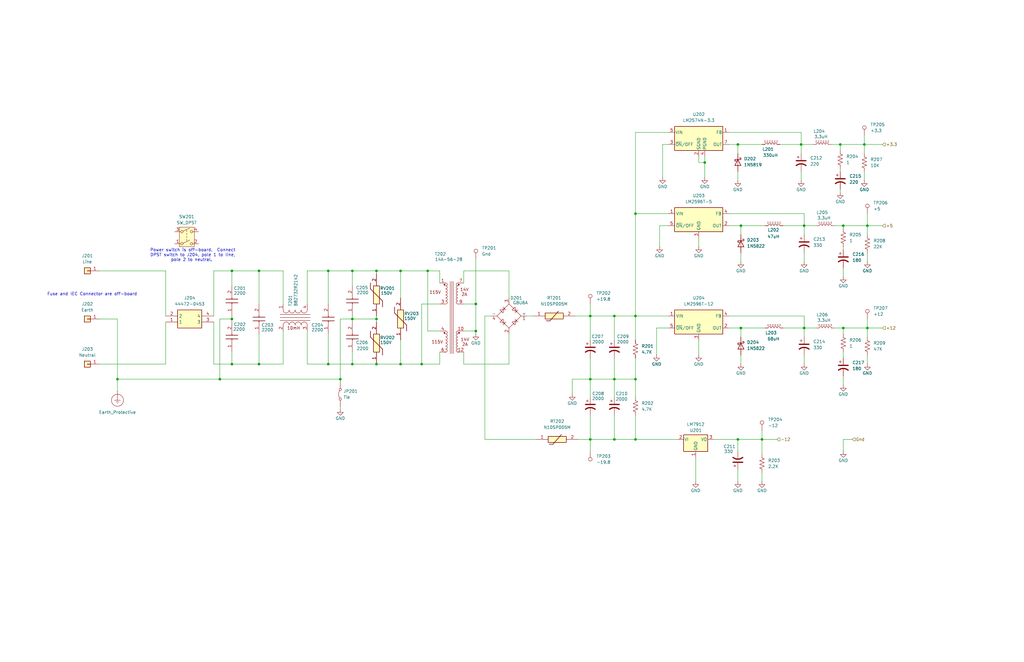
<source format=kicad_sch>
(kicad_sch (version 20250114) (generator "eeschema") (generator_version "9.0")
  (paper "B")
  (title_block (title "GPS Disciplined Oscillator") (date "2025-11-18") (rev "1") (company "Dewayne L. Hafenstein"))
  (text "Power switch is off-board.  Connect\nDPST switch to J204, pole 1 to line,\npole 2 to neutral. " (at 81.28 107.696 0) (effects (font (size 1.27 1.27))))
  (text "Fuse and IEC Connector are off-board" (at 38.862 124.206 0) (effects (font (size 1.27 1.27))))
  (junction (at 365.76 138.43))
  (junction (at 158.75 153.67))
  (junction (at 177.8 153.67))
  (junction (at 148.59 114.3))
  (junction (at 248.92 160.02))
  (junction (at 355.6 138.43))
  (junction (at 267.97 185.42))
  (junction (at 49.53 160.02))
  (junction (at 158.75 114.3))
  (junction (at 355.6 95.25))
  (junction (at 138.43 153.67))
  (junction (at 339.09 95.25))
  (junction (at 312.42 95.25))
  (junction (at 109.22 114.3))
  (junction (at 259.08 185.42))
  (junction (at 248.92 185.42))
  (junction (at 259.08 133.35))
  (junction (at 168.91 153.67))
  (junction (at 148.59 153.67))
  (junction (at 364.49 60.96))
  (junction (at 97.79 114.3))
  (junction (at 92.71 160.02))
  (junction (at 148.59 134.62))
  (junction (at 311.15 185.42))
  (junction (at 311.15 60.96))
  (junction (at 365.76 95.25))
  (junction (at 312.42 138.43))
  (junction (at 321.31 185.42))
  (junction (at 337.82 60.96))
  (junction (at 354.33 60.96))
  (junction (at 180.34 114.3))
  (junction (at 138.43 114.3))
  (junction (at 259.08 160.02))
  (junction (at 248.92 133.35))
  (junction (at 109.22 153.67))
  (junction (at 143.51 160.02))
  (junction (at 339.09 138.43))
  (junction (at 297.18 68.58))
  (junction (at 97.79 153.67))
  (junction (at 267.97 90.17))
  (junction (at 97.79 134.62))
  (junction (at 158.75 134.62))
  (junction (at 168.91 114.3))
  (junction (at 267.97 160.02))
  (junction (at 200.66 139.7))
  (junction (at 267.97 133.35))
  (junction (at 200.66 128.27))
  (wire (pts (xy 185.42 114.3) (xy 185.42 119.38)))
  (wire (pts (xy 41.91 153.67) (xy 69.85 153.67)))
  (wire (pts (xy 355.6 95.25) (xy 365.76 95.25)))
  (wire (pts (xy 339.09 90.17) (xy 339.09 95.25)))
  (wire (pts (xy 297.18 68.58) (xy 297.18 74.93)))
  (wire (pts (xy 267.97 160.02) (xy 267.97 167.64)))
  (wire (pts (xy 364.49 64.77) (xy 364.49 60.96)))
  (wire (pts (xy 248.92 151.13) (xy 248.92 160.02)))
  (wire (pts (xy 259.08 160.02) (xy 267.97 160.02)))
  (wire (pts (xy 354.33 60.96) (xy 364.49 60.96)))
  (wire (pts (xy 158.75 134.62) (xy 158.75 135.89)))
  (wire (pts (xy 365.76 138.43) (xy 372.11 138.43)))
  (wire (pts (xy 180.34 114.3) (xy 180.34 139.7)))
  (wire (pts (xy 90.17 114.3) (xy 90.17 133.35)))
  (wire (pts (xy 259.08 133.35) (xy 267.97 133.35)))
  (wire (pts (xy 365.76 95.25) (xy 372.11 95.25)))
  (wire (pts (xy 267.97 185.42) (xy 259.08 185.42)))
  (wire (pts (xy 207.01 133.35) (xy 204.47 133.35)))
  (wire (pts (xy 148.59 134.62) (xy 148.59 135.89)))
  (wire (pts (xy 297.18 66.04) (xy 297.18 68.58)))
  (wire (pts (xy 143.51 134.62) (xy 143.51 160.02)))
  (wire (pts (xy 148.59 114.3) (xy 158.75 114.3)))
  (wire (pts (xy 259.08 185.42) (xy 248.92 185.42)))
  (wire (pts (xy 248.92 160.02) (xy 248.92 167.64)))
  (wire (pts (xy 267.97 143.51) (xy 267.97 133.35)))
  (wire (pts (xy 248.92 133.35) (xy 259.08 133.35)))
  (wire (pts (xy 259.08 160.02) (xy 259.08 167.64)))
  (wire (pts (xy 158.75 114.3) (xy 168.91 114.3)))
  (wire (pts (xy 294.64 66.04) (xy 294.64 68.58)))
  (wire (pts (xy 355.6 185.42) (xy 359.41 185.42)))
  (wire (pts (xy 168.91 114.3) (xy 168.91 125.73)))
  (wire (pts (xy 148.59 153.67) (xy 158.75 153.67)))
  (wire (pts (xy 365.76 138.43) (xy 355.6 138.43)))
  (wire (pts (xy 248.92 185.42) (xy 243.84 185.42)))
  (wire (pts (xy 311.15 60.96) (xy 311.15 64.77)))
  (wire (pts (xy 177.8 153.67) (xy 185.42 153.67)))
  (wire (pts (xy 90.17 114.3) (xy 97.79 114.3)))
  (wire (pts (xy 97.79 133.35) (xy 97.79 134.62)))
  (wire (pts (xy 267.97 151.13) (xy 267.97 160.02)))
  (wire (pts (xy 354.33 60.96) (xy 350.52 60.96)))
  (wire (pts (xy 129.54 139.7) (xy 129.54 153.67)))
  (wire (pts (xy 276.86 149.86) (xy 276.86 138.43)))
  (wire (pts (xy 97.79 153.67) (xy 109.22 153.67)))
  (wire (pts (xy 214.63 125.73) (xy 214.63 114.3)))
  (wire (pts (xy 355.6 151.13) (xy 355.6 148.59)))
  (wire (pts (xy 294.64 68.58) (xy 297.18 68.58)))
  (wire (pts (xy 168.91 153.67) (xy 177.8 153.67)))
  (wire (pts (xy 158.75 133.35) (xy 158.75 134.62)))
  (wire (pts (xy 92.71 134.62) (xy 97.79 134.62)))
  (wire (pts (xy 200.66 128.27) (xy 195.58 128.27)))
  (wire (pts (xy 168.91 143.51) (xy 168.91 153.67)))
  (wire (pts (xy 321.31 185.42) (xy 311.15 185.42)))
  (wire (pts (xy 222.25 133.35) (xy 224.79 133.35)))
  (wire (pts (xy 311.15 198.12) (xy 311.15 203.2)))
  (wire (pts (xy 109.22 153.67) (xy 119.38 153.67)))
  (wire (pts (xy 300.99 185.42) (xy 311.15 185.42)))
  (wire (pts (xy 312.42 95.25) (xy 312.42 99.06)))
  (wire (pts (xy 90.17 153.67) (xy 97.79 153.67)))
  (wire (pts (xy 97.79 134.62) (xy 97.79 135.89)))
  (wire (pts (xy 41.91 114.3) (xy 69.85 114.3)))
  (wire (pts (xy 214.63 140.97) (xy 214.63 153.67)))
  (wire (pts (xy 69.85 135.89) (xy 69.85 153.67)))
  (wire (pts (xy 339.09 133.35) (xy 339.09 138.43)))
  (wire (pts (xy 355.6 158.75) (xy 355.6 162.56)))
  (wire (pts (xy 168.91 114.3) (xy 180.34 114.3)))
  (wire (pts (xy 248.92 175.26) (xy 248.92 185.42)))
  (wire (pts (xy 339.09 95.25) (xy 330.2 95.25)))
  (wire (pts (xy 109.22 114.3) (xy 119.38 114.3)))
  (wire (pts (xy 337.82 60.96) (xy 342.9 60.96)))
  (wire (pts (xy 109.22 140.97) (xy 109.22 153.67)))
  (wire (pts (xy 365.76 134.62) (xy 365.76 138.43)))
  (wire (pts (xy 337.82 72.39) (xy 337.82 76.2)))
  (wire (pts (xy 143.51 134.62) (xy 148.59 134.62)))
  (wire (pts (xy 97.79 148.59) (xy 97.79 153.67)))
  (wire (pts (xy 365.76 99.06) (xy 365.76 95.25)))
  (wire (pts (xy 129.54 128.27) (xy 129.54 114.3)))
  (wire (pts (xy 185.42 128.27) (xy 177.8 128.27)))
  (wire (pts (xy 248.92 190.5) (xy 248.92 185.42)))
  (wire (pts (xy 195.58 139.7) (xy 200.66 139.7)))
  (wire (pts (xy 195.58 153.67) (xy 195.58 148.59)))
  (wire (pts (xy 148.59 134.62) (xy 158.75 134.62)))
  (wire (pts (xy 267.97 90.17) (xy 267.97 133.35)))
  (wire (pts (xy 281.94 90.17) (xy 267.97 90.17)))
  (wire (pts (xy 337.82 60.96) (xy 328.93 60.96)))
  (wire (pts (xy 355.6 140.97) (xy 355.6 138.43)))
  (wire (pts (xy 226.06 185.42) (xy 204.47 185.42)))
  (wire (pts (xy 97.79 114.3) (xy 109.22 114.3)))
  (wire (pts (xy 337.82 55.88) (xy 337.82 60.96)))
  (wire (pts (xy 279.4 60.96) (xy 281.94 60.96)))
  (wire (pts (xy 312.42 149.86) (xy 312.42 153.67)))
  (wire (pts (xy 259.08 133.35) (xy 259.08 143.51)))
  (wire (pts (xy 307.34 95.25) (xy 312.42 95.25)))
  (wire (pts (xy 143.51 160.02) (xy 143.51 161.29)))
  (wire (pts (xy 248.92 160.02) (xy 259.08 160.02)))
  (wire (pts (xy 339.09 95.25) (xy 344.17 95.25)))
  (wire (pts (xy 307.34 138.43) (xy 312.42 138.43)))
  (wire (pts (xy 278.13 95.25) (xy 281.94 95.25)))
  (wire (pts (xy 143.51 171.45) (xy 143.51 172.72)))
  (wire (pts (xy 293.37 193.04) (xy 293.37 203.2)))
  (wire (pts (xy 311.15 60.96) (xy 321.31 60.96)))
  (wire (pts (xy 138.43 114.3) (xy 148.59 114.3)))
  (wire (pts (xy 200.66 139.7) (xy 200.66 140.97)))
  (wire (pts (xy 307.34 90.17) (xy 339.09 90.17)))
  (wire (pts (xy 69.85 114.3) (xy 69.85 133.35)))
  (wire (pts (xy 365.76 90.17) (xy 365.76 95.25)))
  (wire (pts (xy 355.6 113.03) (xy 355.6 116.84)))
  (wire (pts (xy 267.97 133.35) (xy 281.94 133.35)))
  (wire (pts (xy 241.3 160.02) (xy 248.92 160.02)))
  (wire (pts (xy 109.22 114.3) (xy 109.22 128.27)))
  (wire (pts (xy 279.4 74.93) (xy 279.4 60.96)))
  (wire (pts (xy 185.42 153.67) (xy 185.42 148.59)))
  (wire (pts (xy 195.58 114.3) (xy 195.58 119.38)))
  (wire (pts (xy 241.3 166.37) (xy 241.3 160.02)))
  (wire (pts (xy 138.43 114.3) (xy 138.43 128.27)))
  (wire (pts (xy 49.53 160.02) (xy 92.71 160.02)))
  (wire (pts (xy 307.34 133.35) (xy 339.09 133.35)))
  (wire (pts (xy 138.43 153.67) (xy 148.59 153.67)))
  (wire (pts (xy 307.34 60.96) (xy 311.15 60.96)))
  (wire (pts (xy 354.33 80.01) (xy 354.33 81.28)))
  (wire (pts (xy 177.8 128.27) (xy 177.8 153.67)))
  (wire (pts (xy 158.75 153.67) (xy 168.91 153.67)))
  (wire (pts (xy 339.09 149.86) (xy 339.09 153.67)))
  (wire (pts (xy 355.6 96.52) (xy 355.6 95.25)))
  (wire (pts (xy 129.54 114.3) (xy 138.43 114.3)))
  (wire (pts (xy 355.6 95.25) (xy 351.79 95.25)))
  (wire (pts (xy 294.64 100.33) (xy 294.64 104.14)))
  (wire (pts (xy 339.09 138.43) (xy 344.17 138.43)))
  (wire (pts (xy 312.42 138.43) (xy 312.42 142.24)))
  (wire (pts (xy 339.09 138.43) (xy 330.2 138.43)))
  (wire (pts (xy 355.6 190.5) (xy 355.6 185.42)))
  (wire (pts (xy 339.09 99.06) (xy 339.09 95.25)))
  (wire (pts (xy 204.47 133.35) (xy 204.47 185.42)))
  (wire (pts (xy 90.17 135.89) (xy 90.17 153.67)))
  (wire (pts (xy 339.09 106.68) (xy 339.09 110.49)))
  (wire (pts (xy 119.38 128.27) (xy 119.38 114.3)))
  (wire (pts (xy 138.43 140.97) (xy 138.43 153.67)))
  (wire (pts (xy 311.15 190.5) (xy 311.15 185.42)))
  (wire (pts (xy 365.76 106.68) (xy 365.76 110.49)))
  (wire (pts (xy 259.08 151.13) (xy 259.08 160.02)))
  (wire (pts (xy 185.42 114.3) (xy 180.34 114.3)))
  (wire (pts (xy 214.63 114.3) (xy 195.58 114.3)))
  (wire (pts (xy 354.33 63.5) (xy 354.33 60.96)))
  (wire (pts (xy 321.31 181.61) (xy 321.31 185.42)))
  (wire (pts (xy 242.57 133.35) (xy 248.92 133.35)))
  (wire (pts (xy 92.71 160.02) (xy 143.51 160.02)))
  (wire (pts (xy 200.66 139.7) (xy 200.66 128.27)))
  (wire (pts (xy 267.97 185.42) (xy 285.75 185.42)))
  (wire (pts (xy 214.63 153.67) (xy 195.58 153.67)))
  (wire (pts (xy 278.13 104.14) (xy 278.13 95.25)))
  (wire (pts (xy 158.75 114.3) (xy 158.75 115.57)))
  (wire (pts (xy 267.97 55.88) (xy 267.97 90.17)))
  (wire (pts (xy 337.82 64.77) (xy 337.82 60.96)))
  (wire (pts (xy 259.08 175.26) (xy 259.08 185.42)))
  (wire (pts (xy 311.15 72.39) (xy 311.15 76.2)))
  (wire (pts (xy 148.59 153.67) (xy 148.59 148.59)))
  (wire (pts (xy 312.42 95.25) (xy 322.58 95.25)))
  (wire (pts (xy 355.6 138.43) (xy 351.79 138.43)))
  (wire (pts (xy 148.59 114.3) (xy 148.59 120.65)))
  (wire (pts (xy 129.54 153.67) (xy 138.43 153.67)))
  (wire (pts (xy 321.31 185.42) (xy 321.31 191.77)))
  (wire (pts (xy 248.92 128.27) (xy 248.92 133.35)))
  (wire (pts (xy 49.53 134.62) (xy 49.53 160.02)))
  (wire (pts (xy 248.92 133.35) (xy 248.92 143.51)))
  (wire (pts (xy 365.76 149.86) (xy 365.76 153.67)))
  (wire (pts (xy 294.64 143.51) (xy 294.64 149.86)))
  (wire (pts (xy 185.42 139.7) (xy 180.34 139.7)))
  (wire (pts (xy 364.49 57.15) (xy 364.49 60.96)))
  (wire (pts (xy 354.33 72.39) (xy 354.33 71.12)))
  (wire (pts (xy 267.97 175.26) (xy 267.97 185.42)))
  (wire (pts (xy 364.49 60.96) (xy 372.11 60.96)))
  (wire (pts (xy 276.86 138.43) (xy 281.94 138.43)))
  (wire (pts (xy 312.42 106.68) (xy 312.42 110.49)))
  (wire (pts (xy 312.42 138.43) (xy 322.58 138.43)))
  (wire (pts (xy 355.6 105.41) (xy 355.6 104.14)))
  (wire (pts (xy 119.38 139.7) (xy 119.38 153.67)))
  (wire (pts (xy 339.09 142.24) (xy 339.09 138.43)))
  (wire (pts (xy 49.53 160.02) (xy 49.53 165.1)))
  (wire (pts (xy 97.79 114.3) (xy 97.79 120.65)))
  (wire (pts (xy 281.94 55.88) (xy 267.97 55.88)))
  (wire (pts (xy 321.31 185.42) (xy 327.66 185.42)))
  (wire (pts (xy 321.31 199.39) (xy 321.31 203.2)))
  (wire (pts (xy 148.59 133.35) (xy 148.59 134.62)))
  (wire (pts (xy 307.34 55.88) (xy 337.82 55.88)))
  (wire (pts (xy 365.76 142.24) (xy 365.76 138.43)))
  (wire (pts (xy 41.91 134.62) (xy 49.53 134.62)))
  (wire (pts (xy 92.71 134.62) (xy 92.71 160.02)))
  (wire (pts (xy 364.49 72.39) (xy 364.49 76.2)))
  (wire (pts (xy 200.66 109.22) (xy 200.66 128.27)))
  (hierarchical_label "+3.3" (shape input) (at 372.11 60.96 0))
  (hierarchical_label "+12" (shape input) (at 372.11 138.43 0))
  (hierarchical_label "-12" (shape input) (at 327.66 185.42 0))
  (hierarchical_label "Gnd" (shape input) (at 359.41 185.42 0))
  (hierarchical_label "+5" (shape input) (at 372.11 95.25 0))
  (symbol (lib_id "power:GND") (at 365.76 153.67 0) (unit 1)
    (property "Reference" "#PWR0226" (effects (hide yes)))
    (property "Value" "GND" (at 365.76 157.48 0))
    (property "Description" "Power symbol creates a global label with name \"GND\" , ground" (effects (hide yes)))
  )
  (symbol (lib_id "SamacSys_Parts:C731U222MSVDBAWL35") (at 109.22 140.97 90) (unit 1)
    (property "Reference" "C203" (at 110.236 137.16 90) (effects (justify right)))
    (property "Value" "2200" (at 110.236 139.192 90) (effects (justify right)))
    (property "Footprint" "SamacSys_Parts:C731U222MSVDBAWL35" (effects (hide yes)))
    (property "Datasheet" "https://search.kemet.com/component-documentation/download/datasheet/C731U222MSVDBAWL35.pdf" (effects (hide yes)))
    (property "Description" "Safety Capacitors 440VAC 0.0022uF Y5V 20% LS=10mm" (effects (hide yes)))
    (property "Height" "14" (effects (hide yes)))
    (property "Mouser Part Number" "80-C731U222MSVDBWL35" (effects (hide yes)))
    (property "Mouser Price/Stock" "https://www.mouser.co.uk/ProductDetail/KEMET/C731U222MSVDBAWL35?qs=IPgv5n7u5Qbcfu31hG8%252BLA%3D%3D" (effects (hide yes)))
    (property "Manufacturer_Name" "KEMET" (effects (hide yes)))
    (property "Manufacturer_Part_Number" "C731U222MSVDBAWL35" (effects (hide yes)))
  )
  (symbol (lib_id "Device:L_Ferrite") (at 326.39 95.25 90) (unit 1)
    (property "Reference" "L202" (at 326.136 97.028 90))
    (property "Value" "47uH" (at 326.136 99.822 90))
    (property "Footprint" "DH_Inductors:Bourns PM5022" (effects (hide yes)))
    (property "Description" "Inductor with ferrite core" (effects (hide yes)))
  )
  (symbol (lib_id "Device:C_Polarized_US") (at 339.09 102.87 0) (unit 1)
    (property "Reference" "C213" (at 342.9 100.9649 0) (effects (justify left)))
    (property "Value" "330" (at 342.9 103.5049 0) (effects (justify left)))
    (property "Footprint" "Capacitor_THT:CP_Radial_D10.0mm_P5.00mm" (effects (hide yes)))
    (property "Description" "Polarized capacitor, US symbol" (effects (hide yes)))
  )
  (symbol (lib_id "power:GND") (at 293.37 203.2 0) (unit 1)
    (property "Reference" "#PWR0208" (effects (hide yes)))
    (property "Value" "GND" (at 293.37 207.01 0))
    (property "Description" "Power symbol creates a global label with name \"GND\" , ground" (effects (hide yes)))
  )
  (symbol (lib_id "Regulator_Linear:LM7912_TO220") (at 293.37 185.42 0) (mirror x) (unit 1)
    (property "Reference" "U201" (at 293.37 181.61 0))
    (property "Value" "LM7912" (at 293.37 179.07 0))
    (property "Footprint" "Package_TO_SOT_THT:TO-220-3_Vertical" (effects (hide yes)))
    (property "Datasheet" "hhttps://www.onsemi.com/pub/Collateral/MC7900-D.PDF" (effects (hide yes)))
    (property "Description" "Negative 1A 35V Linear Regulator, Fixed Output 12V, TO-220" (effects (hide yes)))
  )
  (symbol (lib_id "Connector:TestPoint") (at 248.92 128.27 0) (unit 1)
    (property "Reference" "TP202" (at 251.46 123.6979 0) (effects (justify left)))
    (property "Value" "+19.8" (at 251.46 126.2379 0) (effects (justify left)))
    (property "Footprint" "TestPoint:TestPoint_Bridge_Pitch2.54mm_Drill1.0mm" (effects (hide yes)))
    (property "Description" "test point" (effects (hide yes)))
  )
  (symbol (lib_id "Device:R_US") (at 355.6 144.78 0) (unit 1)
    (property "Reference" "R206" (at 358.14 143.5099 0) (effects (justify left)))
    (property "Value" "1" (at 358.14 146.0499 0) (effects (justify left)))
    (property "Footprint" "Resistor_THT:R_Axial_DIN0204_L3.6mm_D1.6mm_P7.62mm_Horizontal" (effects (hide yes)))
    (property "Description" "Resistor, US symbol" (effects (hide yes)))
  )
  (symbol (lib_id "power:GND") (at 355.6 162.56 0) (unit 1)
    (property "Reference" "#PWR0222" (effects (hide yes)))
    (property "Value" "GND" (at 355.6 166.37 0))
    (property "Description" "Power symbol creates a global label with name \"GND\" , ground" (effects (hide yes)))
  )
  (symbol (lib_id "power:GND") (at 311.15 76.2 0) (unit 1)
    (property "Reference" "#PWR0212" (effects (hide yes)))
    (property "Value" "GND" (at 311.15 80.01 0))
    (property "Description" "Power symbol creates a global label with name \"GND\" , ground" (effects (hide yes)))
  )
  (symbol (lib_id "Device:R_US") (at 365.76 146.05 0) (unit 1)
    (property "Reference" "R209" (at 368.3 144.7799 0) (effects (justify left)))
    (property "Value" "47K" (at 368.3 147.3199 0) (effects (justify left)))
    (property "Footprint" "Resistor_THT:R_Axial_DIN0204_L3.6mm_D1.6mm_P7.62mm_Horizontal" (effects (hide yes)))
    (property "Description" "Resistor, US symbol" (effects (hide yes)))
  )
  (symbol (lib_id "Device:L_Ferrite") (at 325.12 60.96 90) (unit 1)
    (property "Reference" "L201" (at 323.85 62.992 90))
    (property "Value" "330uH" (at 324.866 65.532 90))
    (property "Footprint" "DH_Inductors:Bourns PM5022" (effects (hide yes)))
    (property "Datasheet" "https://www.mouser.com/datasheet/3/40/1/pm5022_series.pdf" (effects (hide yes)))
    (property "Description" "Inductor with ferrite core" (effects (hide yes)))
    (property "Manufacturer" "Bourns" (effects (hide yes)))
    (property "Part Number" "PM5022-331K-RC" (effects (hide yes)))
  )
  (symbol (lib_id "Device:C_Polarized_US") (at 248.92 147.32 0) (unit 1)
    (property "Reference" "C207" (at 249.428 141.986 0) (effects (justify left)))
    (property "Value" "2000" (at 249.682 144.272 0) (effects (justify left)))
    (property "Footprint" "Capacitor_THT:CP_Radial_D22.0mm_P10.00mm_SnapIn" (effects (hide yes)))
    (property "Description" "Polarized capacitor, US symbol" (effects (hide yes)))
  )
  (symbol (lib_id "Switch:SW_DPST") (at 78.74 100.33 0) (unit 1)
    (property "Reference" "SW201" (at 78.74 91.44 0))
    (property "Value" "SW_DPST" (at 78.74 93.98 0))
    (property "Description" "Double Pole Single Throw (DPST) Switch" (effects (hide yes)))
  )
  (symbol (lib_id "Connector:TestPoint") (at 200.66 109.22 0) (unit 1)
    (property "Reference" "TP201" (at 203.2 104.6479 0) (effects (justify left)))
    (property "Value" "Gnd" (at 203.2 107.1879 0) (effects (justify left)))
    (property "Footprint" "TestPoint:TestPoint_Bridge_Pitch2.54mm_Drill1.0mm" (effects (hide yes)))
    (property "Description" "test point" (effects (hide yes)))
  )
  (symbol (lib_id "Diode:1N5819") (at 311.15 68.58 270) (unit 1)
    (property "Reference" "D202" (at 313.69 66.9924 90) (effects (justify left)))
    (property "Value" "1N5819" (at 313.69 69.5324 90) (effects (justify left)))
    (property "Footprint" "Diode_THT:D_DO-41_SOD81_P10.16mm_Horizontal" (effects (hide yes)))
    (property "Datasheet" "http://www.vishay.com/docs/88525/1n5817.pdf" (effects (hide yes)))
    (property "Description" "40V 1A Schottky Barrier Rectifier Diode, DO-41" (effects (hide yes)))
  )
  (symbol (lib_id "power:GND") (at 276.86 149.86 0) (unit 1)
    (property "Reference" "#PWR0205" (effects (hide yes)))
    (property "Value" "GND" (at 276.86 153.67 0))
    (property "Description" "Power symbol creates a global label with name \"GND\" , ground" (effects (hide yes)))
  )
  (symbol (lib_id "power:GND") (at 355.6 190.5 0) (unit 1)
    (property "Reference" "#PWR0223" (effects (hide yes)))
    (property "Value" "GND" (at 355.6 194.31 0))
    (property "Description" "Power symbol creates a global label with name \"GND\" , ground" (effects (hide yes)))
  )
  (symbol (lib_id "SamacSys_Parts:N10SP005M") (at 226.06 185.42 0) (unit 1)
    (property "Reference" "RT202" (at 234.95 177.8 0))
    (property "Value" "N10SP005M" (at 234.95 180.34 0))
    (property "Footprint" "SamacSys_Parts:N10SP005M" (effects (hide yes)))
    (property "Datasheet" "https://www.yageo.com/upload/media/product/productsearch/datasheet/cpc/ntc/SP_1.pdf" (effects (hide yes)))
    (property "Description" "NTC Thermistors NTC 10mm 5ohm +/-20% 4A" (effects (hide yes)))
    (property "Height" "18" (effects (hide yes)))
    (property "Mouser Part Number" "603-N10SP005M" (effects (hide yes)))
    (property "Mouser Price/Stock" "https://www.mouser.co.uk/ProductDetail/YAGEO/N10SP005M?qs=DRkmTr78QARsu2IwnsFFfg%3D%3D" (effects (hide yes)))
    (property "Manufacturer_Name" "YAGEO" (effects (hide yes)))
    (property "Manufacturer_Part_Number" "N10SP005M" (effects (hide yes)))
  )
  (symbol (lib_id "Regulator_Switching:LM2596T-12") (at 294.64 135.89 0) (unit 1)
    (property "Reference" "U204" (at 294.64 125.73 0))
    (property "Value" "LM2596T-12" (at 294.64 128.27 0))
    (property "Footprint" "Package_TO_SOT_THT:TO-220-5_P3.4x3.7mm_StaggerOdd_Lead3.8mm_Vertical" (effects (hide yes)))
    (property "Datasheet" "http://www.ti.com/lit/ds/symlink/lm2596.pdf" (effects (hide yes)))
    (property "Description" "12V 3A 150kHz Step-Down Voltage Regulator, TO-220" (effects (hide yes)))
  )
  (symbol (lib_id "SamacSys_Parts:C731U222MSVDBAWL35") (at 97.79 133.35 90) (unit 1)
    (property "Reference" "C201" (at 98.552 121.666 90) (effects (justify right)))
    (property "Value" "2200" (at 98.552 123.698 90) (effects (justify right)))
    (property "Footprint" "SamacSys_Parts:C731U222MSVDBAWL35" (effects (hide yes)))
    (property "Datasheet" "https://search.kemet.com/component-documentation/download/datasheet/C731U222MSVDBAWL35.pdf" (effects (hide yes)))
    (property "Description" "Safety Capacitors 440VAC 0.0022uF Y5V 20% LS=10mm" (effects (hide yes)))
    (property "Height" "14" (effects (hide yes)))
    (property "Mouser Part Number" "80-C731U222MSVDBWL35" (effects (hide yes)))
    (property "Mouser Price/Stock" "https://www.mouser.co.uk/ProductDetail/KEMET/C731U222MSVDBAWL35?qs=IPgv5n7u5Qbcfu31hG8%252BLA%3D%3D" (effects (hide yes)))
    (property "Manufacturer_Name" "KEMET" (effects (hide yes)))
    (property "Manufacturer_Part_Number" "C731U222MSVDBAWL35" (effects (hide yes)))
  )
  (symbol (lib_id "DH_Transformers_Power:14A-56-28") (at 190.5 132.08 0) (unit 1)
    (property "Reference" "T202" (at 185.674 107.188 0))
    (property "Value" "14A-56-28" (at 189.23 109.474 0))
    (property "Footprint" "Transformers_Signal:14A-56" (effects (hide yes)))
  )
  (symbol (lib_id "Regulator_Switching:LM2574N-3.3") (at 294.64 58.42 0) (unit 1)
    (property "Reference" "U202" (at 294.64 48.26 0))
    (property "Value" "LM2574N-3.3" (at 294.64 50.8 0))
    (property "Footprint" "Package_DIP:DIP-8_W7.62mm" (effects (hide yes)))
    (property "Datasheet" "http://www.national.com/ds/LM/LM2574.pdf" (effects (hide yes)))
    (property "Description" "3.3V, 0.5A SIMPLE SWITCHER® Step-Down Voltage Regulator, DIP-8" (effects (hide yes)))
  )
  (symbol (lib_id "power:GND") (at 279.4 74.93 0) (unit 1)
    (property "Reference" "#PWR0207" (effects (hide yes)))
    (property "Value" "GND" (at 279.4 78.74 0))
    (property "Description" "Power symbol creates a global label with name \"GND\" , ground" (effects (hide yes)))
  )
  (symbol (lib_id "SamacSys_Parts:MOV-20D241KKTR") (at 158.75 133.35 90) (unit 1)
    (property "Reference" "RV201" (at 160.274 121.666 90) (effects (justify right)))
    (property "Value" "150V" (at 160.528 123.698 90) (effects (justify right)))
    (property "Footprint" "SamacSys_Parts:MOV20D241KKTR" (effects (hide yes)))
    (property "Datasheet" "https://www.bourns.com/docs/product-datasheets/mov20d.pdf" (effects (hide yes)))
    (property "Description" "20mm Radial Disc MOV - Kinked Leads, T&R" (effects (hide yes)))
    (property "Height" "28" (effects (hide yes)))
    (property "Mouser Part Number" "652-MOV-20D241KKTR" (effects (hide yes)))
    (property "Mouser Price/Stock" "https://www.mouser.com/ProductDetail/Bourns/MOV-20D241KKTR?qs=ST9lo4GX8V1zjVcH%2FsSYdQ%3D%3D" (effects (hide yes)))
    (property "Manufacturer_Name" "Bourns" (effects (hide yes)))
    (property "Manufacturer_Part_Number" "MOV-20D241KKTR" (effects (hide yes)))
  )
  (symbol (lib_id "Connector_Generic:Conn_01x01") (at 36.83 114.3 180) (unit 1)
    (property "Reference" "J201" (at 36.83 107.95 0))
    (property "Value" "Line" (at 36.83 110.49 0))
    (property "Footprint" "DH_Hardware:Amp Faston 250 THT" (effects (hide yes)))
    (property "Description" "Generic connector, single row, 01x01, script generated (kicad-library-utils/schlib/autogen/connector/)" (effects (hide yes)))
  )
  (symbol (lib_id "Device:R_US") (at 355.6 100.33 0) (unit 1)
    (property "Reference" "R205" (at 358.14 99.0599 0) (effects (justify left)))
    (property "Value" "1" (at 358.14 101.5999 0) (effects (justify left)))
    (property "Footprint" "Resistor_THT:R_Axial_DIN0204_L3.6mm_D1.6mm_P7.62mm_Horizontal" (effects (hide yes)))
    (property "Description" "Resistor, US symbol" (effects (hide yes)))
  )
  (symbol (lib_id "power:GND") (at 364.49 76.2 0) (unit 1)
    (property "Reference" "#PWR0224" (effects (hide yes)))
    (property "Value" "GND" (at 364.49 80.01 0))
    (property "Description" "Power symbol creates a global label with name \"GND\" , ground" (effects (hide yes)))
  )
  (symbol (lib_id "power:GND") (at 312.42 110.49 0) (unit 1)
    (property "Reference" "#PWR0214" (effects (hide yes)))
    (property "Value" "GND" (at 312.42 114.3 0))
    (property "Description" "Power symbol creates a global label with name \"GND\" , ground" (effects (hide yes)))
  )
  (symbol (lib_id "SamacSys_Parts:C731U222MSVDBAWL35") (at 148.59 133.35 90) (unit 1)
    (property "Reference" "C205" (at 150.114 121.412 90) (effects (justify right)))
    (property "Value" "2200" (at 150.368 123.444 90) (effects (justify right)))
    (property "Footprint" "SamacSys_Parts:C731U222MSVDBAWL35" (effects (hide yes)))
    (property "Datasheet" "https://search.kemet.com/component-documentation/download/datasheet/C731U222MSVDBAWL35.pdf" (effects (hide yes)))
    (property "Description" "Safety Capacitors 440VAC 0.0022uF Y5V 20% LS=10mm" (effects (hide yes)))
    (property "Height" "14" (effects (hide yes)))
    (property "Mouser Part Number" "80-C731U222MSVDBWL35" (effects (hide yes)))
    (property "Mouser Price/Stock" "https://www.mouser.co.uk/ProductDetail/KEMET/C731U222MSVDBAWL35?qs=IPgv5n7u5Qbcfu31hG8%252BLA%3D%3D" (effects (hide yes)))
    (property "Manufacturer_Name" "KEMET" (effects (hide yes)))
    (property "Manufacturer_Part_Number" "C731U222MSVDBAWL35" (effects (hide yes)))
  )
  (symbol (lib_id "power:GND") (at 339.09 110.49 0) (unit 1)
    (property "Reference" "#PWR0218" (effects (hide yes)))
    (property "Value" "GND" (at 339.09 114.3 0))
    (property "Description" "Power symbol creates a global label with name \"GND\" , ground" (effects (hide yes)))
  )
  (symbol (lib_id "Jumper:Jumper_2_Bridged") (at 143.51 166.37 90) (unit 1)
    (property "Reference" "JP201" (at 144.78 165.0999 90) (effects (justify right)))
    (property "Value" "Tie" (at 144.78 167.6399 90) (effects (justify right)))
    (property "Description" "Jumper, 2-pole, closed/bridged" (effects (hide yes)))
  )
  (symbol (lib_id "SamacSys_Parts:C731U222MSVDBAWL35") (at 138.43 140.97 90) (unit 1)
    (property "Reference" "C204" (at 131.318 137.16 90) (effects (justify right)))
    (property "Value" "2200" (at 131.318 139.192 90) (effects (justify right)))
    (property "Footprint" "SamacSys_Parts:C731U222MSVDBAWL35" (effects (hide yes)))
    (property "Datasheet" "https://search.kemet.com/component-documentation/download/datasheet/C731U222MSVDBAWL35.pdf" (effects (hide yes)))
    (property "Description" "Safety Capacitors 440VAC 0.0022uF Y5V 20% LS=10mm" (effects (hide yes)))
    (property "Height" "14" (effects (hide yes)))
    (property "Mouser Part Number" "80-C731U222MSVDBWL35" (effects (hide yes)))
    (property "Mouser Price/Stock" "https://www.mouser.co.uk/ProductDetail/KEMET/C731U222MSVDBAWL35?qs=IPgv5n7u5Qbcfu31hG8%252BLA%3D%3D" (effects (hide yes)))
    (property "Manufacturer_Name" "KEMET" (effects (hide yes)))
    (property "Manufacturer_Part_Number" "C731U222MSVDBAWL35" (effects (hide yes)))
  )
  (symbol (lib_id "Device:C_Polarized_US") (at 355.6 154.94 0) (unit 1)
    (property "Reference" "C217" (at 359.41 153.0349 0) (effects (justify left)))
    (property "Value" "180" (at 359.41 155.5749 0) (effects (justify left)))
    (property "Footprint" "Capacitor_THT:CP_Radial_D8.0mm_P5.00mm" (effects (hide yes)))
    (property "Description" "Polarized capacitor, US symbol" (effects (hide yes)))
  )
  (symbol (lib_id "power:GND") (at 143.51 172.72 0) (unit 1)
    (property "Reference" "#PWR0202" (effects (hide yes)))
    (property "Value" "GND" (at 143.51 176.53 0))
    (property "Description" "Power symbol creates a global label with name \"GND\" , ground" (effects (hide yes)))
  )
  (symbol (lib_id "Device:L_Ferrite") (at 326.39 138.43 90) (unit 1)
    (property "Reference" "L203" (at 325.12 140.462 90))
    (property "Value" "68uH" (at 326.136 143.002 90))
    (property "Footprint" "DH_Inductors:Bourns PM5022" (effects (hide yes)))
    (property "Description" "Inductor with ferrite core" (effects (hide yes)))
  )
  (symbol (lib_id "Device:L_Ferrite") (at 347.98 138.43 90) (unit 1)
    (property "Reference" "L206" (at 346.71 132.842 90))
    (property "Value" "3.3uH" (at 347.472 135.128 90))
    (property "Footprint" "DH_Inductors:Bourns SDE04030" (effects (hide yes)))
    (property "Description" "Inductor with ferrite core" (effects (hide yes)))
  )
  (symbol (lib_id "SamacSys_Parts:MOV-20D241KKTR") (at 168.91 143.51 90) (unit 1)
    (property "Reference" "RV203" (at 170.434 132.334 90) (effects (justify right)))
    (property "Value" "150V" (at 170.434 134.366 90) (effects (justify right)))
    (property "Footprint" "SamacSys_Parts:MOV20D241KKTR" (effects (hide yes)))
    (property "Datasheet" "https://www.bourns.com/docs/product-datasheets/mov20d.pdf" (effects (hide yes)))
    (property "Description" "20mm Radial Disc MOV - Kinked Leads, T&R" (effects (hide yes)))
    (property "Height" "28" (effects (hide yes)))
    (property "Mouser Part Number" "652-MOV-20D241KKTR" (effects (hide yes)))
    (property "Mouser Price/Stock" "https://www.mouser.com/ProductDetail/Bourns/MOV-20D241KKTR?qs=ST9lo4GX8V1zjVcH%2FsSYdQ%3D%3D" (effects (hide yes)))
    (property "Manufacturer_Name" "Bourns" (effects (hide yes)))
    (property "Manufacturer_Part_Number" "MOV-20D241KKTR" (effects (hide yes)))
  )
  (symbol (lib_id "power:GND") (at 337.82 76.2 0) (unit 1)
    (property "Reference" "#PWR0217" (effects (hide yes)))
    (property "Value" "GND" (at 337.82 80.01 0))
    (property "Description" "Power symbol creates a global label with name \"GND\" , ground" (effects (hide yes)))
  )
  (symbol (lib_id "SamacSys_Parts:MOV-20D241KKTR") (at 158.75 153.67 90) (unit 1)
    (property "Reference" "RV202" (at 160.274 142.494 90) (effects (justify right)))
    (property "Value" "150V" (at 160.274 144.526 90) (effects (justify right)))
    (property "Footprint" "SamacSys_Parts:MOV20D241KKTR" (effects (hide yes)))
    (property "Datasheet" "https://www.bourns.com/docs/product-datasheets/mov20d.pdf" (effects (hide yes)))
    (property "Description" "20mm Radial Disc MOV - Kinked Leads, T&R" (effects (hide yes)))
    (property "Height" "28" (effects (hide yes)))
    (property "Mouser Part Number" "652-MOV-20D241KKTR" (effects (hide yes)))
    (property "Mouser Price/Stock" "https://www.mouser.com/ProductDetail/Bourns/MOV-20D241KKTR?qs=ST9lo4GX8V1zjVcH%2FsSYdQ%3D%3D" (effects (hide yes)))
    (property "Manufacturer_Name" "Bourns" (effects (hide yes)))
    (property "Manufacturer_Part_Number" "MOV-20D241KKTR" (effects (hide yes)))
  )
  (symbol (lib_id "Device:R_US") (at 354.33 67.31 0) (unit 1)
    (property "Reference" "R204" (at 356.87 66.0399 0) (effects (justify left)))
    (property "Value" "1" (at 356.87 68.5799 0) (effects (justify left)))
    (property "Footprint" "Resistor_THT:R_Axial_DIN0204_L3.6mm_D1.6mm_P7.62mm_Horizontal" (effects (hide yes)))
    (property "Description" "Resistor, US symbol" (effects (hide yes)))
  )
  (symbol (lib_id "Regulator_Switching:LM2596T-5") (at 294.64 92.71 0) (unit 1)
    (property "Reference" "U203" (at 294.64 82.55 0))
    (property "Value" "LM2596T-5" (at 294.64 85.09 0))
    (property "Footprint" "Package_TO_SOT_THT:TO-220-5_P3.4x3.7mm_StaggerOdd_Lead3.8mm_Vertical" (effects (hide yes)))
    (property "Datasheet" "http://www.ti.com/lit/ds/symlink/lm2596.pdf" (effects (hide yes)))
    (property "Description" "5V 3A 150kHz Step-Down Voltage Regulator, TO-220" (effects (hide yes)))
  )
  (symbol (lib_id "Device:R_US") (at 365.76 102.87 0) (unit 1)
    (property "Reference" "R208" (at 368.3 101.5999 0) (effects (justify left)))
    (property "Value" "22K" (at 368.3 104.1399 0) (effects (justify left)))
    (property "Footprint" "Resistor_THT:R_Axial_DIN0204_L3.6mm_D1.6mm_P7.62mm_Horizontal" (effects (hide yes)))
    (property "Description" "Resistor, US symbol" (effects (hide yes)))
  )
  (symbol (lib_id "SamacSys_Parts:C731U222MSVDBAWL35") (at 148.59 148.59 90) (unit 1)
    (property "Reference" "C206" (at 150.114 144.526 90) (effects (justify right)))
    (property "Value" "2200" (at 150.368 147.066 90) (effects (justify right)))
    (property "Footprint" "SamacSys_Parts:C731U222MSVDBAWL35" (effects (hide yes)))
    (property "Datasheet" "https://search.kemet.com/component-documentation/download/datasheet/C731U222MSVDBAWL35.pdf" (effects (hide yes)))
    (property "Description" "Safety Capacitors 440VAC 0.0022uF Y5V 20% LS=10mm" (effects (hide yes)))
    (property "Height" "14" (effects (hide yes)))
    (property "Mouser Part Number" "80-C731U222MSVDBWL35" (effects (hide yes)))
    (property "Mouser Price/Stock" "https://www.mouser.co.uk/ProductDetail/KEMET/C731U222MSVDBAWL35?qs=IPgv5n7u5Qbcfu31hG8%252BLA%3D%3D" (effects (hide yes)))
    (property "Manufacturer_Name" "KEMET" (effects (hide yes)))
    (property "Manufacturer_Part_Number" "C731U222MSVDBAWL35" (effects (hide yes)))
  )
  (symbol (lib_id "Device:R_US") (at 321.31 195.58 0) (unit 1)
    (property "Reference" "R203" (at 323.85 194.3099 0) (effects (justify left)))
    (property "Value" "2.2K" (at 323.85 196.8499 0) (effects (justify left)))
    (property "Footprint" "Resistor_THT:R_Axial_DIN0204_L3.6mm_D1.6mm_P7.62mm_Horizontal" (effects (hide yes)))
    (property "Description" "Resistor, US symbol" (effects (hide yes)))
  )
  (symbol (lib_id "Device:C_Polarized_US") (at 259.08 171.45 0) (unit 1)
    (property "Reference" "C210" (at 259.588 166.116 0) (effects (justify left)))
    (property "Value" "2000" (at 259.588 168.402 0) (effects (justify left)))
    (property "Footprint" "Capacitor_THT:CP_Radial_D22.0mm_P10.00mm_SnapIn" (effects (hide yes)))
    (property "Description" "Polarized capacitor, US symbol" (effects (hide yes)))
  )
  (symbol (lib_id "Connector:TestPoint") (at 364.49 57.15 0) (unit 1)
    (property "Reference" "TP205" (at 367.03 52.5779 0) (effects (justify left)))
    (property "Value" "+3.3" (at 367.03 55.1179 0) (effects (justify left)))
    (property "Footprint" "TestPoint:TestPoint_Bridge_Pitch2.54mm_Drill1.0mm" (effects (hide yes)))
    (property "Description" "test point" (effects (hide yes)))
  )
  (symbol (lib_id "Connector_Generic:Conn_01x01") (at 36.83 153.67 180) (unit 1)
    (property "Reference" "J203" (at 36.83 147.32 0))
    (property "Value" "Neutral" (at 36.83 149.86 0))
    (property "Footprint" "DH_Hardware:Amp Faston 250 THT" (effects (hide yes)))
    (property "Description" "Generic connector, single row, 01x01, script generated (kicad-library-utils/schlib/autogen/connector/)" (effects (hide yes)))
  )
  (symbol (lib_id "power:GND") (at 297.18 74.93 0) (unit 1)
    (property "Reference" "#PWR0211" (effects (hide yes)))
    (property "Value" "GND" (at 297.18 78.74 0))
    (property "Description" "Power symbol creates a global label with name \"GND\" , ground" (effects (hide yes)))
  )
  (symbol (lib_id "Device:C_Polarized_US") (at 355.6 109.22 0) (unit 1)
    (property "Reference" "C216" (at 359.41 107.3149 0) (effects (justify left)))
    (property "Value" "180" (at 359.41 109.8549 0) (effects (justify left)))
    (property "Footprint" "Capacitor_THT:CP_Radial_D8.0mm_P5.00mm" (effects (hide yes)))
    (property "Description" "Polarized capacitor, US symbol" (effects (hide yes)))
  )
  (symbol (lib_id "power:GND") (at 354.33 81.28 0) (unit 1)
    (property "Reference" "#PWR0220" (effects (hide yes)))
    (property "Value" "GND" (at 354.33 85.09 0))
    (property "Description" "Power symbol creates a global label with name \"GND\" , ground" (effects (hide yes)))
  )
  (symbol (lib_id "power:GND") (at 200.66 140.97 0) (unit 1)
    (property "Reference" "#PWR0203" (effects (hide yes)))
    (property "Value" "GND" (at 200.66 144.78 0))
    (property "Description" "Power symbol creates a global label with name \"GND\" , ground" (effects (hide yes)))
  )
  (symbol (lib_id "Device:C_Polarized_US") (at 248.92 171.45 0) (unit 1)
    (property "Reference" "C208" (at 249.682 166.116 0) (effects (justify left)))
    (property "Value" "2000" (at 249.682 168.148 0) (effects (justify left)))
    (property "Footprint" "Capacitor_THT:CP_Radial_D22.0mm_P10.00mm_SnapIn" (effects (hide yes)))
    (property "Description" "Polarized capacitor, US symbol" (effects (hide yes)))
  )
  (symbol (lib_id "DH_Transformers_Common_mode:B82732R2142") (at 121.92 128.27 0) (unit 1)
    (property "Reference" "T201" (at 122.428 129.286 90) (effects (justify left)))
    (property "Value" "B82732R2142" (at 124.714 129.286 90) (effects (justify left)))
    (property "Footprint" "SamacSys_Parts:B82732R2142B030" (effects (hide yes)))
    (property "Datasheet" "https://product.tdk.com/system/files/dam/doc/product/emc/emc/line-filter/data_sheet/30/db/ind_2008/b82732r_w.pdf" (effects (hide yes)))
    (property "Description" "TDK B82732R Series 10mH 1.4A Common-Mode Choke" (effects (hide yes)))
  )
  (symbol (lib_id "Device:C_Polarized_US") (at 354.33 76.2 0) (unit 1)
    (property "Reference" "C215" (at 358.14 74.2949 0) (effects (justify left)))
    (property "Value" "220" (at 358.14 76.8349 0) (effects (justify left)))
    (property "Footprint" "Capacitor_THT:CP_Radial_D8.0mm_P5.00mm" (effects (hide yes)))
    (property "Description" "Polarized capacitor, US symbol" (effects (hide yes)))
  )
  (symbol (lib_id "power:GND") (at 278.13 104.14 0) (unit 1)
    (property "Reference" "#PWR0206" (effects (hide yes)))
    (property "Value" "GND" (at 278.13 107.95 0))
    (property "Description" "Power symbol creates a global label with name \"GND\" , ground" (effects (hide yes)))
  )
  (symbol (lib_id "Device:L_Ferrite") (at 347.98 95.25 90) (unit 1)
    (property "Reference" "L205" (at 346.71 89.662 90))
    (property "Value" "3.3uH" (at 347.472 91.948 90))
    (property "Footprint" "DH_Inductors:Bourns SDE04030" (effects (hide yes)))
    (property "Description" "Inductor with ferrite core" (effects (hide yes)))
  )
  (symbol (lib_id "Device:R_US") (at 364.49 68.58 0) (unit 1)
    (property "Reference" "R207" (at 367.03 67.3099 0) (effects (justify left)))
    (property "Value" "10K" (at 367.03 69.8499 0) (effects (justify left)))
    (property "Footprint" "Resistor_THT:R_Axial_DIN0204_L3.6mm_D1.6mm_P7.62mm_Horizontal" (effects (hide yes)))
    (property "Description" "Resistor, US symbol" (effects (hide yes)))
  )
  (symbol (lib_id "Connector_Generic:Conn_01x01") (at 36.83 134.62 180) (unit 1)
    (property "Reference" "J202" (at 36.83 128.27 0))
    (property "Value" "Earth" (at 36.83 130.81 0))
    (property "Footprint" "DH_Hardware:Amp Faston 250 THT" (effects (hide yes)))
    (property "Description" "Generic connector, single row, 01x01, script generated (kicad-library-utils/schlib/autogen/connector/)" (effects (hide yes)))
  )
  (symbol (lib_id "SamacSys_Parts:C731U222MSVDBAWL35") (at 97.79 148.59 90) (unit 1)
    (property "Reference" "C202" (at 98.552 136.906 90) (effects (justify right)))
    (property "Value" "2200" (at 98.298 138.938 90) (effects (justify right)))
    (property "Footprint" "SamacSys_Parts:C731U222MSVDBAWL35" (effects (hide yes)))
    (property "Datasheet" "https://search.kemet.com/component-documentation/download/datasheet/C731U222MSVDBAWL35.pdf" (effects (hide yes)))
    (property "Description" "Safety Capacitors 440VAC 0.0022uF Y5V 20% LS=10mm" (effects (hide yes)))
    (property "Height" "14" (effects (hide yes)))
    (property "Mouser Part Number" "80-C731U222MSVDBWL35" (effects (hide yes)))
    (property "Mouser Price/Stock" "https://www.mouser.co.uk/ProductDetail/KEMET/C731U222MSVDBAWL35?qs=IPgv5n7u5Qbcfu31hG8%252BLA%3D%3D" (effects (hide yes)))
    (property "Manufacturer_Name" "KEMET" (effects (hide yes)))
    (property "Manufacturer_Part_Number" "C731U222MSVDBAWL35" (effects (hide yes)))
  )
  (symbol (lib_id "power:GND") (at 339.09 153.67 0) (unit 1)
    (property "Reference" "#PWR0219" (effects (hide yes)))
    (property "Value" "GND" (at 339.09 157.48 0))
    (property "Description" "Power symbol creates a global label with name \"GND\" , ground" (effects (hide yes)))
  )
  (symbol (lib_id "power:GND") (at 294.64 149.86 0) (unit 1)
    (property "Reference" "#PWR0210" (effects (hide yes)))
    (property "Value" "GND" (at 294.64 153.67 0))
    (property "Description" "Power symbol creates a global label with name \"GND\" , ground" (effects (hide yes)))
  )
  (symbol (lib_id "power:GND") (at 241.3 166.37 0) (unit 1)
    (property "Reference" "#PWR0204" (effects (hide yes)))
    (property "Value" "GND" (at 241.3 170.18 0))
    (property "Description" "Power symbol creates a global label with name \"GND\" , ground" (effects (hide yes)))
  )
  (symbol (lib_id "SamacSys_Parts:44472-0453") (at 90.17 133.35 0) (mirror y) (unit 1)
    (property "Reference" "J204" (at 80.01 125.73 0))
    (property "Value" "44472-0453" (at 80.01 128.27 0))
    (property "Footprint" "SamacSys_Parts:44472-04YY" (effects (hide yes)))
    (property "Datasheet" "https://componentsearchengine.com/Datasheets/1/44472-0453.pdf" (effects (hide yes)))
    (property "Description" "Mini-Fit HCS Header, 4.20mm Pitch, Dual Row, Vertical, with Snap-in Plastic Peg PCB Lock, 4 Circuits" (effects (hide yes)))
    (property "Height" "12.8" (effects (hide yes)))
    (property "Mouser Part Number" "538-44472-0453" (effects (hide yes)))
    (property "Mouser Price/Stock" "https://www.mouser.com/Search/Refine.aspx?Keyword=538-44472-0453" (effects (hide yes)))
    (property "Manufacturer_Name" "Molex" (effects (hide yes)))
    (property "Manufacturer_Part_Number" "44472-0453" (effects (hide yes)))
  )
  (symbol (lib_id "SamacSys_Parts:N10SP005M") (at 224.79 133.35 0) (unit 1)
    (property "Reference" "RT201" (at 233.68 125.73 0))
    (property "Value" "N10SP005M" (at 233.68 128.27 0))
    (property "Footprint" "SamacSys_Parts:N10SP005M" (effects (hide yes)))
    (property "Datasheet" "https://www.yageo.com/upload/media/product/productsearch/datasheet/cpc/ntc/SP_1.pdf" (effects (hide yes)))
    (property "Description" "NTC Thermistors NTC 10mm 5ohm +/-20% 4A" (effects (hide yes)))
    (property "Height" "18" (effects (hide yes)))
    (property "Mouser Part Number" "603-N10SP005M" (effects (hide yes)))
    (property "Mouser Price/Stock" "https://www.mouser.co.uk/ProductDetail/YAGEO/N10SP005M?qs=DRkmTr78QARsu2IwnsFFfg%3D%3D" (effects (hide yes)))
    (property "Manufacturer_Name" "YAGEO" (effects (hide yes)))
    (property "Manufacturer_Part_Number" "N10SP005M" (effects (hide yes)))
  )
  (symbol (lib_id "Connector:TestPoint") (at 248.92 190.5 180) (unit 1)
    (property "Reference" "TP203" (at 251.46 192.5319 0) (effects (justify right)))
    (property "Value" "-19.8" (at 251.46 195.0719 0) (effects (justify right)))
    (property "Footprint" "TestPoint:TestPoint_Bridge_Pitch2.54mm_Drill1.0mm" (effects (hide yes)))
    (property "Description" "test point" (effects (hide yes)))
  )
  (symbol (lib_id "Device:C_Polarized_US") (at 337.82 68.58 0) (unit 1)
    (property "Reference" "C212" (at 341.63 66.6749 0) (effects (justify left)))
    (property "Value" "220" (at 341.63 69.2149 0) (effects (justify left)))
    (property "Footprint" "Capacitor_THT:CP_Radial_D8.0mm_P5.00mm" (effects (hide yes)))
    (property "Description" "Polarized capacitor, US symbol" (effects (hide yes)))
  )
  (symbol (lib_id "power:GND") (at 365.76 110.49 0) (unit 1)
    (property "Reference" "#PWR0225" (effects (hide yes)))
    (property "Value" "GND" (at 365.76 114.3 0))
    (property "Description" "Power symbol creates a global label with name \"GND\" , ground" (effects (hide yes)))
  )
  (symbol (lib_id "Device:C_Polarized_US") (at 339.09 146.05 0) (unit 1)
    (property "Reference" "C214" (at 342.9 144.1449 0) (effects (justify left)))
    (property "Value" "330" (at 342.9 146.6849 0) (effects (justify left)))
    (property "Footprint" "Capacitor_THT:CP_Radial_D10.0mm_P5.00mm" (effects (hide yes)))
    (property "Description" "Polarized capacitor, US symbol" (effects (hide yes)))
  )
  (symbol (lib_id "power:Earth_Protective") (at 49.53 165.1 0) (unit 1)
    (property "Reference" "#PWR0201" (effects (hide yes)))
    (property "Value" "Earth_Protective" (at 49.53 173.99 0))
    (property "Description" "Power symbol creates a global label with name \"Earth_Protective\"" (effects (hide yes)))
  )
  (symbol (lib_id "Diode:1N5822") (at 312.42 146.05 270) (unit 1)
    (property "Reference" "D204" (at 314.96 144.4624 90) (effects (justify left)))
    (property "Value" "1N5822" (at 314.96 147.0024 90) (effects (justify left)))
    (property "Footprint" "Diode_THT:D_DO-201AD_P15.24mm_Horizontal" (effects (hide yes)))
    (property "Datasheet" "http://www.vishay.com/docs/88526/1n5820.pdf" (effects (hide yes)))
    (property "Description" "40V 3A Schottky Barrier Rectifier Diode, DO-201AD" (effects (hide yes)))
  )
  (symbol (lib_id "Connector:TestPoint") (at 365.76 134.62 0) (unit 1)
    (property "Reference" "TP207" (at 368.3 130.0479 0) (effects (justify left)))
    (property "Value" "+12" (at 368.3 132.5879 0) (effects (justify left)))
    (property "Footprint" "TestPoint:TestPoint_Bridge_Pitch2.54mm_Drill1.0mm" (effects (hide yes)))
    (property "Description" "test point" (effects (hide yes)))
  )
  (symbol (lib_id "power:GND") (at 321.31 203.2 0) (unit 1)
    (property "Reference" "#PWR0216" (effects (hide yes)))
    (property "Value" "GND" (at 321.31 207.01 0))
    (property "Description" "Power symbol creates a global label with name \"GND\" , ground" (effects (hide yes)))
  )
  (symbol (lib_id "Device:R_US") (at 267.97 171.45 0) (unit 1)
    (property "Reference" "R202" (at 270.51 170.1799 0) (effects (justify left)))
    (property "Value" "4.7K" (at 270.51 172.7199 0) (effects (justify left)))
    (property "Footprint" "Resistor_THT:R_Axial_DIN0204_L3.6mm_D1.6mm_P7.62mm_Horizontal" (effects (hide yes)))
    (property "Description" "Resistor, US symbol" (effects (hide yes)))
  )
  (symbol (lib_id "Device:C_Polarized_US") (at 259.08 147.32 0) (unit 1)
    (property "Reference" "C209" (at 260.096 141.986 0) (effects (justify left)))
    (property "Value" "2000" (at 260.096 144.272 0) (effects (justify left)))
    (property "Footprint" "Capacitor_THT:CP_Radial_D22.0mm_P10.00mm_SnapIn" (effects (hide yes)))
    (property "Description" "Polarized capacitor, US symbol" (effects (hide yes)))
  )
  (symbol (lib_id "power:GND") (at 312.42 153.67 0) (unit 1)
    (property "Reference" "#PWR0215" (effects (hide yes)))
    (property "Value" "GND" (at 312.42 157.48 0))
    (property "Description" "Power symbol creates a global label with name \"GND\" , ground" (effects (hide yes)))
  )
  (symbol (lib_id "Device:L_Ferrite") (at 346.71 60.96 90) (unit 1)
    (property "Reference" "L204" (at 345.44 55.372 90))
    (property "Value" "3.3uH" (at 346.202 57.658 90))
    (property "Footprint" "DH_Inductors:Bourns SDE04030" (effects (hide yes)))
    (property "Datasheet" "https://www.mouser.com/catalog/specsheets/Bourns_9-3-2025_SDE0403AT_Datasheet.pdf" (effects (hide yes)))
    (property "Description" "Inductor with ferrite core" (effects (hide yes)))
    (property "Manufacturer" "Bourns" (effects (hide yes)))
    (property "Part Number" "SDE0403AT-3R3M" (effects (hide yes)))
  )
  (symbol (lib_id "Diode:1N5822") (at 312.42 102.87 270) (unit 1)
    (property "Reference" "D203" (at 314.96 101.2824 90) (effects (justify left)))
    (property "Value" "1N5822" (at 314.96 103.8224 90) (effects (justify left)))
    (property "Footprint" "Diode_THT:D_DO-201AD_P15.24mm_Horizontal" (effects (hide yes)))
    (property "Datasheet" "http://www.vishay.com/docs/88526/1n5820.pdf" (effects (hide yes)))
    (property "Description" "40V 3A Schottky Barrier Rectifier Diode, DO-201AD" (effects (hide yes)))
  )
  (symbol (lib_id "power:GND") (at 355.6 116.84 0) (unit 1)
    (property "Reference" "#PWR0221" (effects (hide yes)))
    (property "Value" "GND" (at 355.6 120.65 0))
    (property "Description" "Power symbol creates a global label with name \"GND\" , ground" (effects (hide yes)))
  )
  (symbol (lib_id "Device:R_US") (at 267.97 147.32 0) (unit 1)
    (property "Reference" "R201" (at 270.51 146.0499 0) (effects (justify left)))
    (property "Value" "4.7K" (at 270.51 148.5899 0) (effects (justify left)))
    (property "Footprint" "Resistor_THT:R_Axial_DIN0204_L3.6mm_D1.6mm_P7.62mm_Horizontal" (effects (hide yes)))
    (property "Description" "Resistor, US symbol" (effects (hide yes)))
  )
  (symbol (lib_id "power:GND") (at 294.64 104.14 0) (unit 1)
    (property "Reference" "#PWR0209" (effects (hide yes)))
    (property "Value" "GND" (at 294.64 107.95 0))
    (property "Description" "Power symbol creates a global label with name \"GND\" , ground" (effects (hide yes)))
  )
  (symbol (lib_id "Connector:TestPoint") (at 321.31 181.61 0) (unit 1)
    (property "Reference" "TP204" (at 323.85 177.0379 0) (effects (justify left)))
    (property "Value" "-12" (at 323.85 179.5779 0) (effects (justify left)))
    (property "Footprint" "TestPoint:TestPoint_Bridge_Pitch2.54mm_Drill1.0mm" (effects (hide yes)))
    (property "Description" "test point" (effects (hide yes)))
  )
  (symbol (lib_id "Diode_Bridge:GBU6A") (at 214.63 133.35 0) (unit 1)
    (property "Reference" "D201" (at 217.678 125.73 0))
    (property "Value" "GBU6A" (at 219.456 127.762 0))
    (property "Footprint" "Diode_THT:Diode_Bridge_Vishay_GBU" (effects (hide yes)))
    (property "Datasheet" "http://www.vishay.com/docs/88656/gbu6a.pdf" (effects (hide yes)))
    (property "Description" "Single-Phase Bridge Rectifier, 35V Vrms, 6.0A If, GBU package" (effects (hide yes)))
  )
  (symbol (lib_id "Device:C_Polarized_US") (at 311.15 194.31 0) (mirror x) (unit 1)
    (property "Reference" "C211" (at 305.054 188.468 0) (effects (justify left)))
    (property "Value" "330" (at 305.308 190.5 0) (effects (justify left)))
    (property "Footprint" "Capacitor_THT:CP_Radial_D10.0mm_P5.00mm" (effects (hide yes)))
    (property "Description" "Polarized capacitor, US symbol" (effects (hide yes)))
  )
  (symbol (lib_id "power:GND") (at 311.15 203.2 0) (unit 1)
    (property "Reference" "#PWR0213" (effects (hide yes)))
    (property "Value" "GND" (at 311.15 207.01 0))
    (property "Description" "Power symbol creates a global label with name \"GND\" , ground" (effects (hide yes)))
  )
  (symbol (lib_id "Connector:TestPoint") (at 365.76 90.17 0) (unit 1)
    (property "Reference" "TP206" (at 368.3 85.5979 0) (effects (justify left)))
    (property "Value" "+5" (at 368.3 88.1379 0) (effects (justify left)))
    (property "Footprint" "TestPoint:TestPoint_Bridge_Pitch2.54mm_Drill1.0mm" (effects (hide yes)))
    (property "Description" "test point" (effects (hide yes)))
  )
)
</source>
